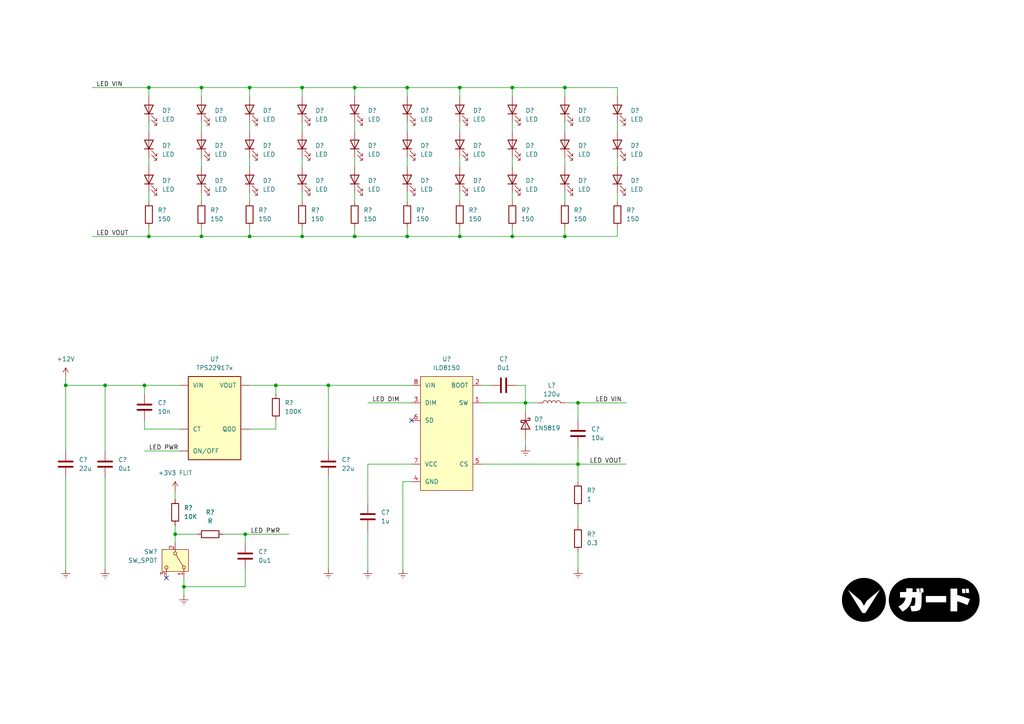
<source format=kicad_sch>
(kicad_sch (version 20231120) (generator "eeschema") (generator_version "8.0")
  (paper "A4")
  (title_block (date "2024-08-01") (company "Sentinels Robotics") (comment 1 "Created By: Vincent Cayadi"))
  (lib_symbols
    (symbol "Device:C" (pin_numbers hide) (pin_names (offset 0.254))
      (property "Reference" "C" (at 0.635 2.54 0))
      (property "Value" "C" (at 0.635 -2.54 0))
      (symbol "C_0_1"
        (polyline (pts (xy -2.032 -0.762) (xy 2.032 -0.762)) (stroke (width 0.508)))
        (polyline (pts (xy -2.032 0.762) (xy 2.032 0.762)) (stroke (width 0.508)))
      )
      (symbol "C_1_1"
        (pin passive line (at 0 3.81 270) (length 2.794) (name "~") (number "1"))
        (pin passive line (at 0 -3.81 90) (length 2.794) (name "~") (number "2"))
      )
    )
    (symbol "Device:D_Schottky" (pin_numbers hide) (pin_names (offset 1.016) hide)
      (property "Reference" "D" (at 0 2.54 0))
      (property "Value" "D_Schottky" (at 0 -2.54 0))
      (symbol "D_Schottky_0_1"
        (polyline (pts (xy 1.27 0) (xy -1.27 0)))
        (polyline (pts (xy 1.27 1.27) (xy 1.27 -1.27) (xy -1.27 0) (xy 1.27 1.27)) (stroke (width 0.254)))
        (polyline (pts (xy -1.905 0.635) (xy -1.905 1.27) (xy -1.27 1.27) (xy -1.27 -1.27) (xy -0.635 -1.27) (xy -0.635 -0.635)) (stroke (width 0.254)))
      )
      (symbol "D_Schottky_1_1"
        (pin passive line (at -3.81 0 0) (length 2.54) (name "K") (number "1"))
        (pin passive line (at 3.81 0 180) (length 2.54) (name "A") (number "2"))
      )
    )
    (symbol "Device:L" (pin_numbers hide) (pin_names (offset 1.016) hide)
      (property "Reference" "L" (at -1.27 0 90))
      (property "Value" "L" (at 1.905 0 90))
      (symbol "L_0_1"
        (arc (start 0 -2.54) (mid 0.6323 -1.905) (end 0 -1.27))
        (arc (start 0 -1.27) (mid 0.6323 -0.635) (end 0 0))
        (arc (start 0 0) (mid 0.6323 0.635) (end 0 1.27))
        (arc (start 0 1.27) (mid 0.6323 1.905) (end 0 2.54))
      )
      (symbol "L_1_1"
        (pin passive line (at 0 3.81 270) (length 1.27) (name "1") (number "1"))
        (pin passive line (at 0 -3.81 90) (length 1.27) (name "2") (number "2"))
      )
    )
    (symbol "Device:LED" (pin_numbers hide) (pin_names (offset 1.016) hide)
      (property "Reference" "D" (at 0 2.54 0))
      (property "Value" "LED" (at 0 -2.54 0))
      (symbol "LED_0_1"
        (polyline (pts (xy -1.27 -1.27) (xy -1.27 1.27)) (stroke (width 0.254)))
        (polyline (pts (xy -1.27 0) (xy 1.27 0)))
        (polyline (pts (xy 1.27 -1.27) (xy 1.27 1.27) (xy -1.27 0) (xy 1.27 -1.27)) (stroke (width 0.254)))
        (polyline (pts (xy -3.048 -0.762) (xy -4.572 -2.286) (xy -3.81 -2.286) (xy -4.572 -2.286) (xy -4.572 -1.524)))
        (polyline (pts (xy -1.778 -0.762) (xy -3.302 -2.286) (xy -2.54 -2.286) (xy -3.302 -2.286) (xy -3.302 -1.524)))
      )
      (symbol "LED_1_1"
        (pin passive line (at -3.81 0 0) (length 2.54) (name "K") (number "1"))
        (pin passive line (at 3.81 0 180) (length 2.54) (name "A") (number "2"))
      )
    )
    (symbol "Device:R" (pin_numbers hide) (pin_names (offset 0))
      (property "Reference" "R" (at 2.032 0 90))
      (property "Value" "R" (at 0 0 90))
      (symbol "R_0_1"
        (rectangle (start -1.016 -2.54) (end 1.016 2.54) (stroke (width 0.254)))
      )
      (symbol "R_1_1"
        (pin passive line (at 0 3.81 270) (length 1.27) (name "~") (number "1"))
        (pin passive line (at 0 -3.81 90) (length 1.27) (name "~") (number "2"))
      )
    )
    (symbol "ILD8150_1" (pin_names (offset 1.27))
      (property "Reference" "U" (at -0.254 4.064 0))
      (property "Value" "ILD8150" (at -0.254 1.778 0))
      (symbol "ILD8150_1_1_1"
        (rectangle (start -7.62 0) (end 7.62 -33.02) (fill (type background)))
        (pin output line (at 10.16 -7.62 180) (length 2.54) (name "SW") (number "1"))
        (pin input line (at 10.16 -2.54 180) (length 2.54) (name "BOOT") (number "2"))
        (pin input line (at -10.16 -7.62 0) (length 2.54) (name "DIM") (number "3"))
        (pin power_in line (at -10.16 -30.48 0) (length 2.54) (name "GND") (number "4"))
        (pin input line (at 10.16 -25.4 180) (length 2.54) (name "CS") (number "5"))
        (pin input line (at -10.16 -12.7 0) (length 2.54) (name "SD") (number "6"))
        (pin power_out line (at -10.16 -25.4 0) (length 2.54) (name "VCC") (number "7"))
        (pin power_in line (at -10.16 -2.54 0) (length 2.54) (name "VIN") (number "8"))
        (pin power_in line (at -10.16 -30.48 0) (length 2.54) hide (name "EP") (number "9"))
      )
    )
    (symbol "Switch:SW_SPDT" (pin_names (offset 0) hide)
      (property "Reference" "SW" (at 0 5.08 0))
      (property "Value" "SW_SPDT" (at 0 -5.08 0))
      (symbol "SW_SPDT_0_1"
        (circle (center -2.032 0) (radius 0.4572))
        (polyline (pts (xy -1.651 0.254) (xy 1.651 2.286)))
        (circle (center 2.032 -2.54) (radius 0.4572))
        (circle (center 2.032 2.54) (radius 0.4572))
      )
      (symbol "SW_SPDT_1_1"
        (rectangle (start -3.175 3.81) (end 3.175 -3.81) (fill (type background)))
        (pin passive line (at 5.08 2.54 180) (length 2.54) (name "A") (number "1"))
        (pin passive line (at -5.08 0 0) (length 2.54) (name "B") (number "2"))
        (pin passive line (at 5.08 -2.54 180) (length 2.54) (name "C") (number "3"))
      )
    )
    (symbol "power:+12V" (power) (pin_numbers hide) (pin_names (offset 0) hide)
      (property "Value" "+12V" (at 0 3.556 0))
      (symbol "+12V_0_1"
        (polyline (pts (xy -0.762 1.27) (xy 0 2.54)))
        (polyline (pts (xy 0 0) (xy 0 2.54)))
        (polyline (pts (xy 0 2.54) (xy 0.762 1.27)))
      )
      (symbol "+12V_1_1"
        (pin power_in line (at 0 0 90) (length 0) (name "~") (number "1"))
      )
    )
    (symbol "power:+3V3" (power) (pin_numbers hide) (pin_names (offset 0) hide)
      (property "Value" "+3V3" (at 0 3.556 0))
      (symbol "+3V3_0_1"
        (polyline (pts (xy -0.762 1.27) (xy 0 2.54)))
        (polyline (pts (xy 0 0) (xy 0 2.54)))
        (polyline (pts (xy 0 2.54) (xy 0.762 1.27)))
      )
      (symbol "+3V3_1_1"
        (pin power_in line (at 0 0 90) (length 0) (name "~") (number "1"))
      )
    )
    (symbol "power:GNDREF" (power) (pin_numbers hide) (pin_names (offset 0) hide)
      (property "Value" "GNDREF" (at 0 -3.81 0))
      (symbol "GNDREF_0_1"
        (polyline (pts (xy -0.635 -1.905) (xy 0.635 -1.905)))
        (polyline (pts (xy -0.127 -2.54) (xy 0.127 -2.54)))
        (polyline (pts (xy 0 -1.27) (xy 0 0)))
        (polyline (pts (xy 1.27 -1.27) (xy -1.27 -1.27)))
      )
      (symbol "GNDREF_1_1"
        (pin power_in line (at 0 0 270) (length 0) (name "~") (number "1"))
      )
    )
    (symbol "vincent:TPS22917x" (pin_names (offset 1.27))
      (property "Reference" "U" (at 0 3.81 0))
      (property "Value" "TPS22917x" (at 0.254 1.524 0))
      (symbol "TPS22917x_1_1"
        (rectangle (start -7.62 0) (end 7.62 -24.13) (stroke (width 0.254)) (fill (type background)))
        (pin output line (at -10.16 -15.24 0) (length 2.54) (name "CT") (number ""))
        (pin input line (at -10.16 -21.59 0) (length 2.54) (name "ON/OFF") (number ""))
        (pin output line (at 10.16 -15.24 180) (length 2.54) (name "QOD") (number ""))
        (pin power_in line (at -10.16 -2.54 0) (length 2.54) (name "VIN") (number ""))
        (pin power_out line (at 10.16 -2.54 180) (length 2.54) (name "VOUT") (number ""))
      )
    )
  )
  (junction (at 72.39 68.58))
  (junction (at 133.35 68.58))
  (junction (at 148.59 68.58))
  (junction (at 43.18 68.58))
  (junction (at 41.91 111.76))
  (junction (at 87.63 68.58))
  (junction (at 167.64 116.84))
  (junction (at 118.11 25.4))
  (junction (at 95.25 111.76))
  (junction (at 80.01 111.76))
  (junction (at 148.59 25.4))
  (junction (at 50.8 154.94))
  (junction (at 58.42 68.58))
  (junction (at 152.4 116.84))
  (junction (at 30.48 111.76))
  (junction (at 163.83 25.4))
  (junction (at 163.83 68.58))
  (junction (at 118.11 68.58))
  (junction (at 72.39 25.4))
  (junction (at 102.87 25.4))
  (junction (at 58.42 25.4))
  (junction (at 102.87 68.58))
  (junction (at 43.18 25.4))
  (junction (at 133.35 25.4))
  (junction (at 19.05 111.76))
  (junction (at 167.64 134.62))
  (junction (at 87.63 25.4))
  (junction (at 53.34 170.18))
  (junction (at 71.12 154.94))
  (no_connect (at 119.38 121.92))
  (no_connect (at 48.26 167.64))
  (wire (pts (xy 163.83 116.84) (xy 167.64 116.84)))
  (wire (pts (xy 133.35 45.72) (xy 133.35 48.26)))
  (wire (pts (xy 118.11 25.4) (xy 118.11 27.94)))
  (wire (pts (xy 53.34 170.18) (xy 53.34 172.72)))
  (wire (pts (xy 71.12 154.94) (xy 71.12 157.48)))
  (wire (pts (xy 43.18 45.72) (xy 43.18 48.26)))
  (wire (pts (xy 163.83 25.4) (xy 179.07 25.4)))
  (wire (pts (xy 72.39 68.58) (xy 87.63 68.58)))
  (wire (pts (xy 119.38 139.7) (xy 116.84 139.7)))
  (wire (pts (xy 148.59 66.04) (xy 148.59 68.58)))
  (wire (pts (xy 152.4 116.84) (xy 152.4 119.38)))
  (wire (pts (xy 106.68 153.67) (xy 106.68 165.1)))
  (wire (pts (xy 102.87 68.58) (xy 118.11 68.58)))
  (wire (pts (xy 179.07 25.4) (xy 179.07 27.94)))
  (wire (pts (xy 179.07 45.72) (xy 179.07 48.26)))
  (wire (pts (xy 118.11 35.56) (xy 118.11 38.1)))
  (wire (pts (xy 43.18 25.4) (xy 58.42 25.4)))
  (wire (pts (xy 30.48 111.76) (xy 30.48 130.81)))
  (wire (pts (xy 152.4 111.76) (xy 152.4 116.84)))
  (wire (pts (xy 102.87 35.56) (xy 102.87 38.1)))
  (wire (pts (xy 87.63 66.04) (xy 87.63 68.58)))
  (wire (pts (xy 43.18 55.88) (xy 43.18 58.42)))
  (wire (pts (xy 58.42 25.4) (xy 72.39 25.4)))
  (wire (pts (xy 102.87 66.04) (xy 102.87 68.58)))
  (wire (pts (xy 148.59 25.4) (xy 148.59 27.94)))
  (wire (pts (xy 26.67 25.4) (xy 43.18 25.4)))
  (wire (pts (xy 163.83 68.58) (xy 179.07 68.58)))
  (wire (pts (xy 133.35 55.88) (xy 133.35 58.42)))
  (wire (pts (xy 41.91 111.76) (xy 41.91 114.3)))
  (wire (pts (xy 87.63 35.56) (xy 87.63 38.1)))
  (wire (pts (xy 118.11 55.88) (xy 118.11 58.42)))
  (wire (pts (xy 72.39 66.04) (xy 72.39 68.58)))
  (wire (pts (xy 72.39 25.4) (xy 72.39 27.94)))
  (wire (pts (xy 80.01 111.76) (xy 95.25 111.76)))
  (wire (pts (xy 163.83 55.88) (xy 163.83 58.42)))
  (wire (pts (xy 87.63 25.4) (xy 87.63 27.94)))
  (wire (pts (xy 102.87 45.72) (xy 102.87 48.26)))
  (wire (pts (xy 26.67 68.58) (xy 43.18 68.58)))
  (wire (pts (xy 167.64 160.02) (xy 167.64 165.1)))
  (wire (pts (xy 167.64 116.84) (xy 167.64 121.92)))
  (wire (pts (xy 50.8 154.94) (xy 50.8 157.48)))
  (wire (pts (xy 41.91 121.92) (xy 41.91 124.46)))
  (wire (pts (xy 50.8 152.4) (xy 50.8 154.94)))
  (wire (pts (xy 87.63 25.4) (xy 102.87 25.4)))
  (wire (pts (xy 179.07 35.56) (xy 179.07 38.1)))
  (wire (pts (xy 30.48 111.76) (xy 41.91 111.76)))
  (wire (pts (xy 71.12 165.1) (xy 71.12 170.18)))
  (wire (pts (xy 50.8 154.94) (xy 57.15 154.94)))
  (wire (pts (xy 58.42 25.4) (xy 58.42 27.94)))
  (wire (pts (xy 179.07 66.04) (xy 179.07 68.58)))
  (wire (pts (xy 58.42 35.56) (xy 58.42 38.1)))
  (wire (pts (xy 116.84 139.7) (xy 116.84 165.1)))
  (wire (pts (xy 30.48 138.43) (xy 30.48 165.1)))
  (wire (pts (xy 87.63 55.88) (xy 87.63 58.42)))
  (wire (pts (xy 72.39 45.72) (xy 72.39 48.26)))
  (wire (pts (xy 167.64 147.32) (xy 167.64 152.4)))
  (wire (pts (xy 95.25 138.43) (xy 95.25 165.1)))
  (wire (pts (xy 43.18 25.4) (xy 43.18 27.94)))
  (wire (pts (xy 43.18 68.58) (xy 58.42 68.58)))
  (wire (pts (xy 118.11 45.72) (xy 118.11 48.26)))
  (wire (pts (xy 41.91 130.81) (xy 52.07 130.81)))
  (wire (pts (xy 118.11 68.58) (xy 133.35 68.58)))
  (wire (pts (xy 106.68 134.62) (xy 106.68 146.05)))
  (wire (pts (xy 102.87 25.4) (xy 118.11 25.4)))
  (wire (pts (xy 148.59 68.58) (xy 163.83 68.58)))
  (wire (pts (xy 58.42 45.72) (xy 58.42 48.26)))
  (wire (pts (xy 167.64 134.62) (xy 167.64 139.7)))
  (wire (pts (xy 106.68 116.84) (xy 119.38 116.84)))
  (wire (pts (xy 118.11 66.04) (xy 118.11 68.58)))
  (wire (pts (xy 95.25 111.76) (xy 95.25 130.81)))
  (wire (pts (xy 102.87 25.4) (xy 102.87 27.94)))
  (wire (pts (xy 148.59 35.56) (xy 148.59 38.1)))
  (wire (pts (xy 58.42 55.88) (xy 58.42 58.42)))
  (wire (pts (xy 43.18 66.04) (xy 43.18 68.58)))
  (wire (pts (xy 152.4 127) (xy 152.4 129.54)))
  (wire (pts (xy 133.35 25.4) (xy 133.35 27.94)))
  (wire (pts (xy 163.83 25.4) (xy 163.83 27.94)))
  (wire (pts (xy 19.05 109.22) (xy 19.05 111.76)))
  (wire (pts (xy 80.01 111.76) (xy 72.39 111.76)))
  (wire (pts (xy 167.64 129.54) (xy 167.64 134.62)))
  (wire (pts (xy 148.59 25.4) (xy 163.83 25.4)))
  (wire (pts (xy 149.86 111.76) (xy 152.4 111.76)))
  (wire (pts (xy 41.91 124.46) (xy 52.07 124.46)))
  (wire (pts (xy 58.42 66.04) (xy 58.42 68.58)))
  (wire (pts (xy 87.63 68.58) (xy 102.87 68.58)))
  (wire (pts (xy 167.64 116.84) (xy 181.61 116.84)))
  (wire (pts (xy 163.83 66.04) (xy 163.83 68.58)))
  (wire (pts (xy 80.01 111.76) (xy 80.01 114.3)))
  (wire (pts (xy 41.91 111.76) (xy 52.07 111.76)))
  (wire (pts (xy 53.34 167.64) (xy 53.34 170.18)))
  (wire (pts (xy 167.64 134.62) (xy 181.61 134.62)))
  (wire (pts (xy 72.39 35.56) (xy 72.39 38.1)))
  (wire (pts (xy 72.39 25.4) (xy 87.63 25.4)))
  (wire (pts (xy 72.39 55.88) (xy 72.39 58.42)))
  (wire (pts (xy 163.83 35.56) (xy 163.83 38.1)))
  (wire (pts (xy 80.01 124.46) (xy 72.39 124.46)))
  (wire (pts (xy 133.35 25.4) (xy 148.59 25.4)))
  (wire (pts (xy 58.42 68.58) (xy 72.39 68.58)))
  (wire (pts (xy 64.77 154.94) (xy 71.12 154.94)))
  (wire (pts (xy 87.63 45.72) (xy 87.63 48.26)))
  (wire (pts (xy 133.35 35.56) (xy 133.35 38.1)))
  (wire (pts (xy 71.12 154.94) (xy 83.82 154.94)))
  (wire (pts (xy 119.38 111.76) (xy 95.25 111.76)))
  (wire (pts (xy 80.01 121.92) (xy 80.01 124.46)))
  (wire (pts (xy 179.07 55.88) (xy 179.07 58.42)))
  (wire (pts (xy 119.38 134.62) (xy 106.68 134.62)))
  (wire (pts (xy 53.34 170.18) (xy 71.12 170.18)))
  (wire (pts (xy 163.83 45.72) (xy 163.83 48.26)))
  (wire (pts (xy 19.05 138.43) (xy 19.05 165.1)))
  (wire (pts (xy 139.7 116.84) (xy 152.4 116.84)))
  (wire (pts (xy 19.05 111.76) (xy 30.48 111.76)))
  (wire (pts (xy 43.18 35.56) (xy 43.18 38.1)))
  (wire (pts (xy 133.35 68.58) (xy 148.59 68.58)))
  (wire (pts (xy 139.7 111.76) (xy 142.24 111.76)))
  (wire (pts (xy 102.87 55.88) (xy 102.87 58.42)))
  (wire (pts (xy 118.11 25.4) (xy 133.35 25.4)))
  (wire (pts (xy 139.7 134.62) (xy 167.64 134.62)))
  (wire (pts (xy 50.8 142.24) (xy 50.8 144.78)))
  (wire (pts (xy 148.59 45.72) (xy 148.59 48.26)))
  (wire (pts (xy 19.05 111.76) (xy 19.05 130.81)))
  (wire (pts (xy 152.4 116.84) (xy 156.21 116.84)))
  (wire (pts (xy 148.59 55.88) (xy 148.59 58.42)))
  (wire (pts (xy 133.35 66.04) (xy 133.35 68.58)))
  (image (at 264.16 173.99) (scale 0.133286))
  (label "LED DIM" (at 107.95 116.84 0))
  (label "LED PWR" (at 43.18 130.81 0))
  (label "LED PWR" (at 81.28 154.94 180))
  (label "LED VIN" (at 180.34 116.84 180))
  (label "LED VOUT" (at 180.34 134.62 180))
  (label "LED VIN" (at 27.94 25.4 0))
  (label "LED VOUT" (at 27.94 68.58 0))
  (symbol (lib_id "Device:LED") (at 58.42 31.75 90) (unit 1)
    (property "Reference" "D?" (at 62.23 32.0674 90) (effects (justify right)))
    (property "Value" "LED" (at 62.23 34.6074 90) (effects (justify right)))
    (property "Footprint" "Library:led2835" (effects (hide yes)))
    (property "Description" "Light emitting diode" (effects (hide yes)))
  )
  (symbol (lib_id "Device:LED") (at 133.35 41.91 90) (unit 1)
    (property "Reference" "D?" (at 137.16 42.2274 90) (effects (justify right)))
    (property "Value" "LED" (at 137.16 44.7674 90) (effects (justify right)))
    (property "Footprint" "Library:led2835" (effects (hide yes)))
    (property "Description" "Light emitting diode" (effects (hide yes)))
  )
  (symbol (lib_id "Device:LED") (at 87.63 52.07 90) (unit 1)
    (property "Reference" "D?" (at 91.44 52.3874 90) (effects (justify right)))
    (property "Value" "LED" (at 91.44 54.9274 90) (effects (justify right)))
    (property "Footprint" "Library:led2835" (effects (hide yes)))
    (property "Description" "Light emitting diode" (effects (hide yes)))
  )
  (symbol (lib_id "power:GNDREF") (at 19.05 165.1 0) (unit 1)
    (property "Reference" "#PWR0208" (effects (hide yes)))
    (property "Value" "GNDREF" (effects (hide yes)))
    (property "Description" "Power symbol creates a global label with name \"GNDREF\" , reference supply ground" (effects (hide yes)))
  )
  (symbol (lib_id "Device:LED") (at 58.42 52.07 90) (unit 1)
    (property "Reference" "D?" (at 62.23 52.3874 90) (effects (justify right)))
    (property "Value" "LED" (at 62.23 54.9274 90) (effects (justify right)))
    (property "Footprint" "Library:led2835" (effects (hide yes)))
    (property "Description" "Light emitting diode" (effects (hide yes)))
  )
  (symbol (lib_id "Device:LED") (at 163.83 52.07 90) (unit 1)
    (property "Reference" "D?" (at 167.64 52.3874 90) (effects (justify right)))
    (property "Value" "LED" (at 167.64 54.9274 90) (effects (justify right)))
    (property "Footprint" "Library:led2835" (effects (hide yes)))
    (property "Description" "Light emitting diode" (effects (hide yes)))
  )
  (symbol (lib_id "Device:LED") (at 179.07 41.91 90) (unit 1)
    (property "Reference" "D?" (at 182.88 42.2274 90) (effects (justify right)))
    (property "Value" "LED" (at 182.88 44.7674 90) (effects (justify right)))
    (property "Footprint" "Library:led2835" (effects (hide yes)))
    (property "Description" "Light emitting diode" (effects (hide yes)))
  )
  (symbol (lib_id "Device:LED") (at 72.39 52.07 90) (unit 1)
    (property "Reference" "D?" (at 76.2 52.3874 90) (effects (justify right)))
    (property "Value" "LED" (at 76.2 54.9274 90) (effects (justify right)))
    (property "Footprint" "Library:led2835" (effects (hide yes)))
    (property "Description" "Light emitting diode" (effects (hide yes)))
  )
  (symbol (lib_id "Device:LED") (at 72.39 41.91 90) (unit 1)
    (property "Reference" "D?" (at 76.2 42.2274 90) (effects (justify right)))
    (property "Value" "LED" (at 76.2 44.7674 90) (effects (justify right)))
    (property "Footprint" "Library:led2835" (effects (hide yes)))
    (property "Description" "Light emitting diode" (effects (hide yes)))
  )
  (symbol (lib_id "Device:LED") (at 179.07 52.07 90) (unit 1)
    (property "Reference" "D?" (at 182.88 52.3874 90) (effects (justify right)))
    (property "Value" "LED" (at 182.88 54.9274 90) (effects (justify right)))
    (property "Footprint" "Library:led2835" (effects (hide yes)))
    (property "Description" "Light emitting diode" (effects (hide yes)))
  )
  (symbol (lib_id "Device:LED") (at 72.39 31.75 90) (unit 1)
    (property "Reference" "D?" (at 76.2 32.0674 90) (effects (justify right)))
    (property "Value" "LED" (at 76.2 34.6074 90) (effects (justify right)))
    (property "Footprint" "Library:led2835" (effects (hide yes)))
    (property "Description" "Light emitting diode" (effects (hide yes)))
  )
  (symbol (lib_id "Device:R") (at 50.8 148.59 0) (unit 1)
    (property "Reference" "R?" (at 53.34 147.3199 0) (effects (justify left)))
    (property "Value" "10K" (at 53.34 149.8599 0) (effects (justify left)))
    (property "Description" "Resistor" (effects (hide yes)))
  )
  (symbol (lib_id "Device:R") (at 167.64 143.51 0) (unit 1)
    (property "Reference" "R?" (at 170.18 142.2399 0) (effects (justify left)))
    (property "Value" "1" (at 170.18 144.7799 0) (effects (justify left)))
    (property "Description" "Resistor" (effects (hide yes)))
  )
  (symbol (lib_id "Device:LED") (at 102.87 52.07 90) (unit 1)
    (property "Reference" "D?" (at 106.68 52.3874 90) (effects (justify right)))
    (property "Value" "LED" (at 106.68 54.9274 90) (effects (justify right)))
    (property "Footprint" "Library:led2835" (effects (hide yes)))
    (property "Description" "Light emitting diode" (effects (hide yes)))
  )
  (symbol (lib_id "Device:LED") (at 87.63 31.75 90) (unit 1)
    (property "Reference" "D?" (at 91.44 32.0674 90) (effects (justify right)))
    (property "Value" "LED" (at 91.44 34.6074 90) (effects (justify right)))
    (property "Footprint" "Library:led2835" (effects (hide yes)))
    (property "Description" "Light emitting diode" (effects (hide yes)))
  )
  (symbol (lib_id "power:+12V") (at 19.05 109.22 0) (unit 1)
    (property "Reference" "#PWR0207" (effects (hide yes)))
    (property "Value" "+12V" (at 19.05 104.14 0))
    (property "Description" "Power symbol creates a global label with name \"+12V\"" (effects (hide yes)))
  )
  (symbol (lib_id "Device:LED") (at 148.59 31.75 90) (unit 1)
    (property "Reference" "D?" (at 152.4 32.0674 90) (effects (justify right)))
    (property "Value" "LED" (at 152.4 34.6074 90) (effects (justify right)))
    (property "Footprint" "Library:led2835" (effects (hide yes)))
    (property "Description" "Light emitting diode" (effects (hide yes)))
  )
  (symbol (lib_id "Device:C") (at 95.25 134.62 0) (unit 1)
    (property "Reference" "C?" (at 99.06 133.3499 0) (effects (justify left)))
    (property "Value" "22u" (at 99.06 135.8899 0) (effects (justify left)))
    (property "Description" "Unpolarized capacitor" (effects (hide yes)))
  )
  (symbol (lib_id "Device:R") (at 60.96 154.94 90) (unit 1)
    (property "Reference" "R?" (at 60.96 148.59 90))
    (property "Value" "R" (at 60.96 151.13 90))
    (property "Description" "Resistor" (effects (hide yes)))
  )
  (symbol (lib_id "Switch:SW_SPDT") (at 50.8 162.56 270) (unit 1)
    (property "Reference" "SW?" (at 45.72 160.02 90) (effects (justify right)))
    (property "Value" "SW_SPDT" (at 45.72 162.56 90) (effects (justify right)))
    (property "Description" "Switch, single pole double throw" (effects (hide yes)))
  )
  (symbol (lib_id "Device:LED") (at 133.35 52.07 90) (unit 1)
    (property "Reference" "D?" (at 137.16 52.3874 90) (effects (justify right)))
    (property "Value" "LED" (at 137.16 54.9274 90) (effects (justify right)))
    (property "Footprint" "Library:led2835" (effects (hide yes)))
    (property "Description" "Light emitting diode" (effects (hide yes)))
  )
  (symbol (lib_id "power:GNDREF") (at 95.25 165.1 0) (unit 1)
    (property "Reference" "#PWR0206" (effects (hide yes)))
    (property "Value" "GNDREF" (effects (hide yes)))
    (property "Description" "Power symbol creates a global label with name \"GNDREF\" , reference supply ground" (effects (hide yes)))
  )
  (symbol (lib_id "Device:LED") (at 163.83 31.75 90) (unit 1)
    (property "Reference" "D?" (at 167.64 32.0674 90) (effects (justify right)))
    (property "Value" "LED" (at 167.64 34.6074 90) (effects (justify right)))
    (property "Footprint" "Library:led2835" (effects (hide yes)))
    (property "Description" "Light emitting diode" (effects (hide yes)))
  )
  (symbol (lib_id "Device:L") (at 160.02 116.84 90) (unit 1)
    (property "Reference" "L?" (at 160.02 111.76 90))
    (property "Value" "120u" (at 160.02 114.3 90))
    (property "Description" "Inductor" (effects (hide yes)))
  )
  (symbol (lib_id "power:GNDREF") (at 53.34 172.72 0) (unit 1)
    (property "Reference" "#PWR0209" (effects (hide yes)))
    (property "Value" "GNDREF" (effects (hide yes)))
    (property "Description" "Power symbol creates a global label with name \"GNDREF\" , reference supply ground" (effects (hide yes)))
  )
  (symbol (lib_id "Device:R") (at 43.18 62.23 0) (unit 1)
    (property "Reference" "R?" (at 45.72 60.9599 0) (effects (justify left)))
    (property "Value" "150" (at 45.72 63.4999 0) (effects (justify left)))
    (property "Footprint" "Library:res0603" (effects (hide yes)))
    (property "Description" "Resistor" (effects (hide yes)))
  )
  (symbol (lib_id "Device:LED") (at 58.42 41.91 90) (unit 1)
    (property "Reference" "D?" (at 62.23 42.2274 90) (effects (justify right)))
    (property "Value" "LED" (at 62.23 44.7674 90) (effects (justify right)))
    (property "Footprint" "Library:led2835" (effects (hide yes)))
    (property "Description" "Light emitting diode" (effects (hide yes)))
  )
  (symbol (lib_id "Device:R") (at 72.39 62.23 0) (unit 1)
    (property "Reference" "R?" (at 74.93 60.9599 0) (effects (justify left)))
    (property "Value" "150" (at 74.93 63.4999 0) (effects (justify left)))
    (property "Footprint" "Library:res0603" (effects (hide yes)))
    (property "Description" "Resistor" (effects (hide yes)))
  )
  (symbol (lib_id "Device:R") (at 148.59 62.23 0) (unit 1)
    (property "Reference" "R?" (at 151.13 60.9599 0) (effects (justify left)))
    (property "Value" "150" (at 151.13 63.4999 0) (effects (justify left)))
    (property "Footprint" "Library:res0603" (effects (hide yes)))
    (property "Description" "Resistor" (effects (hide yes)))
  )
  (symbol (lib_id "Device:R") (at 58.42 62.23 0) (unit 1)
    (property "Reference" "R?" (at 60.96 60.9599 0) (effects (justify left)))
    (property "Value" "150" (at 60.96 63.4999 0) (effects (justify left)))
    (property "Footprint" "Library:res0603" (effects (hide yes)))
    (property "Description" "Resistor" (effects (hide yes)))
  )
  (symbol (lib_id "Device:C") (at 146.05 111.76 90) (unit 1)
    (property "Reference" "C?" (at 146.05 104.14 90))
    (property "Value" "0u1" (at 146.05 106.68 90))
    (property "Description" "Unpolarized capacitor" (effects (hide yes)))
  )
  (symbol (lib_id "Device:D_Schottky") (at 152.4 123.19 270) (unit 1)
    (property "Reference" "D?" (at 154.94 121.6024 90) (effects (justify left)))
    (property "Value" "1N5819" (at 154.94 124.1424 90) (effects (justify left)))
    (property "Description" "Schottky diode" (effects (hide yes)))
  )
  (symbol (lib_id "Device:R") (at 163.83 62.23 0) (unit 1)
    (property "Reference" "R?" (at 166.37 60.9599 0) (effects (justify left)))
    (property "Value" "150" (at 166.37 63.4999 0) (effects (justify left)))
    (property "Footprint" "Library:res0603" (effects (hide yes)))
    (property "Description" "Resistor" (effects (hide yes)))
  )
  (symbol (lib_id "vincent:TPS22917x") (at 62.23 109.22 0) (unit 1)
    (property "Reference" "U?" (at 62.23 104.14 0))
    (property "Value" "TPS22917x" (at 62.23 106.68 0))
    (property "Datasheet" "https://www.ti.com/lit/ds/symlink/tps22917.pdf?ts=1733326307965" (effects (hide yes)))
    (property "Description" "The TPS22917x device is a small, single channel load switch using a low leakage P-Channel MOSFET for minimum power loss. Advanced gate control design supports operating voltages as low as 1 V with minimal increase in ON-Resistance and power loss." (effects (hide yes)))
  )
  (symbol (lib_id "Device:C") (at 19.05 134.62 0) (unit 1)
    (property "Reference" "C?" (at 22.86 133.3499 0) (effects (justify left)))
    (property "Value" "22u" (at 22.86 135.8899 0) (effects (justify left)))
    (property "Description" "Unpolarized capacitor" (effects (hide yes)))
  )
  (symbol (lib_id "power:+3V3") (at 50.8 142.24 0) (unit 1)
    (property "Reference" "#PWR0210" (effects (hide yes)))
    (property "Value" "+3V3 FLIT" (at 50.8 137.16 0))
    (property "Description" "Power symbol creates a global label with name \"+3V3\"" (effects (hide yes)))
  )
  (symbol (lib_id "Device:C") (at 41.91 118.11 0) (unit 1)
    (property "Reference" "C?" (at 45.72 116.8399 0) (effects (justify left)))
    (property "Value" "10n" (at 45.72 119.3799 0) (effects (justify left)))
    (property "Description" "Unpolarized capacitor" (effects (hide yes)))
  )
  (symbol (lib_id "Device:LED") (at 87.63 41.91 90) (unit 1)
    (property "Reference" "D?" (at 91.44 42.2274 90) (effects (justify right)))
    (property "Value" "LED" (at 91.44 44.7674 90) (effects (justify right)))
    (property "Footprint" "Library:led2835" (effects (hide yes)))
    (property "Description" "Light emitting diode" (effects (hide yes)))
  )
  (symbol (lib_id "Device:R") (at 118.11 62.23 0) (unit 1)
    (property "Reference" "R?" (at 120.65 60.9599 0) (effects (justify left)))
    (property "Value" "150" (at 120.65 63.4999 0) (effects (justify left)))
    (property "Footprint" "Library:res0603" (effects (hide yes)))
    (property "Description" "Resistor" (effects (hide yes)))
  )
  (symbol (lib_id "Device:LED") (at 148.59 41.91 90) (unit 1)
    (property "Reference" "D?" (at 152.4 42.2274 90) (effects (justify right)))
    (property "Value" "LED" (at 152.4 44.7674 90) (effects (justify right)))
    (property "Footprint" "Library:led2835" (effects (hide yes)))
    (property "Description" "Light emitting diode" (effects (hide yes)))
  )
  (symbol (lib_id "power:GNDREF") (at 167.64 165.1 0) (unit 1)
    (property "Reference" "#PWR0205" (effects (hide yes)))
    (property "Value" "GNDREF" (effects (hide yes)))
    (property "Description" "Power symbol creates a global label with name \"GNDREF\" , reference supply ground" (effects (hide yes)))
  )
  (symbol (lib_id "Device:R") (at 102.87 62.23 0) (unit 1)
    (property "Reference" "R?" (at 105.41 60.9599 0) (effects (justify left)))
    (property "Value" "150" (at 105.41 63.4999 0) (effects (justify left)))
    (property "Footprint" "Library:res0603" (effects (hide yes)))
    (property "Description" "Resistor" (effects (hide yes)))
  )
  (symbol (lib_id "Device:LED") (at 148.59 52.07 90) (unit 1)
    (property "Reference" "D?" (at 152.4 52.3874 90) (effects (justify right)))
    (property "Value" "LED" (at 152.4 54.9274 90) (effects (justify right)))
    (property "Footprint" "Library:led2835" (effects (hide yes)))
    (property "Description" "Light emitting diode" (effects (hide yes)))
  )
  (symbol (lib_id "Device:LED") (at 43.18 52.07 90) (unit 1)
    (property "Reference" "D?" (at 46.99 52.3874 90) (effects (justify right)))
    (property "Value" "LED" (at 46.99 54.9274 90) (effects (justify right)))
    (property "Footprint" "Library:led2835" (effects (hide yes)))
    (property "Description" "Light emitting diode" (effects (hide yes)))
  )
  (symbol (lib_id "Device:C") (at 106.68 149.86 0) (unit 1)
    (property "Reference" "C?" (at 110.49 148.5899 0) (effects (justify left)))
    (property "Value" "1u" (at 110.49 151.1299 0) (effects (justify left)))
    (property "Description" "Unpolarized capacitor" (effects (hide yes)))
  )
  (symbol (lib_id "Device:R") (at 80.01 118.11 0) (unit 1)
    (property "Reference" "R?" (at 82.55 116.8399 0) (effects (justify left)))
    (property "Value" "100K" (at 82.55 119.3799 0) (effects (justify left)))
    (property "Description" "Resistor" (effects (hide yes)))
  )
  (symbol (lib_id "Device:C") (at 30.48 134.62 0) (unit 1)
    (property "Reference" "C?" (at 34.29 133.3499 0) (effects (justify left)))
    (property "Value" "0u1" (at 34.29 135.8899 0) (effects (justify left)))
    (property "Description" "Unpolarized capacitor" (effects (hide yes)))
  )
  (symbol (lib_id "Device:LED") (at 102.87 41.91 90) (unit 1)
    (property "Reference" "D?" (at 106.68 42.2274 90) (effects (justify right)))
    (property "Value" "LED" (at 106.68 44.7674 90) (effects (justify right)))
    (property "Footprint" "Library:led2835" (effects (hide yes)))
    (property "Description" "Light emitting diode" (effects (hide yes)))
  )
  (symbol (lib_id "Device:LED") (at 118.11 41.91 90) (unit 1)
    (property "Reference" "D?" (at 121.92 42.2274 90) (effects (justify right)))
    (property "Value" "LED" (at 121.92 44.7674 90) (effects (justify right)))
    (property "Footprint" "Library:led2835" (effects (hide yes)))
    (property "Description" "Light emitting diode" (effects (hide yes)))
  )
  (symbol (lib_id "Device:LED") (at 43.18 31.75 90) (unit 1)
    (property "Reference" "D?" (at 46.99 32.0674 90) (effects (justify right)))
    (property "Value" "LED" (at 46.99 34.6074 90) (effects (justify right)))
    (property "Footprint" "Library:led2835" (effects (hide yes)))
    (property "Description" "Light emitting diode" (effects (hide yes)))
  )
  (symbol (lib_id "power:GNDREF") (at 116.84 165.1 0) (unit 1)
    (property "Reference" "#PWR0203" (effects (hide yes)))
    (property "Value" "GNDREF" (effects (hide yes)))
    (property "Description" "Power symbol creates a global label with name \"GNDREF\" , reference supply ground" (effects (hide yes)))
  )
  (symbol (lib_id "Device:R") (at 87.63 62.23 0) (unit 1)
    (property "Reference" "R?" (at 90.17 60.9599 0) (effects (justify left)))
    (property "Value" "150" (at 90.17 63.4999 0) (effects (justify left)))
    (property "Footprint" "Library:res0603" (effects (hide yes)))
    (property "Description" "Resistor" (effects (hide yes)))
  )
  (symbol (lib_id "Device:LED") (at 43.18 41.91 90) (unit 1)
    (property "Reference" "D?" (at 46.99 42.2274 90) (effects (justify right)))
    (property "Value" "LED" (at 46.99 44.7674 90) (effects (justify right)))
    (property "Footprint" "Library:led2835" (effects (hide yes)))
    (property "Description" "Light emitting diode" (effects (hide yes)))
  )
  (symbol (lib_id "Device:R") (at 179.07 62.23 0) (unit 1)
    (property "Reference" "R?" (at 181.61 60.9599 0) (effects (justify left)))
    (property "Value" "150" (at 181.61 63.4999 0) (effects (justify left)))
    (property "Footprint" "Library:res0603" (effects (hide yes)))
    (property "Description" "Resistor" (effects (hide yes)))
  )
  (symbol (lib_id "Device:C") (at 167.64 125.73 0) (unit 1)
    (property "Reference" "C?" (at 171.45 124.4599 0) (effects (justify left)))
    (property "Value" "10u" (at 171.45 126.9999 0) (effects (justify left)))
    (property "Description" "Unpolarized capacitor" (effects (hide yes)))
  )
  (symbol (lib_id "Device:C") (at 71.12 161.29 0) (unit 1)
    (property "Reference" "C?" (at 74.93 160.0199 0) (effects (justify left)))
    (property "Value" "0u1" (at 74.93 162.5599 0) (effects (justify left)))
    (property "Description" "Unpolarized capacitor" (effects (hide yes)))
  )
  (symbol (lib_name "ILD8150_1") (lib_id "vincent:ILD8150") (at 129.54 109.22 0) (unit 1)
    (property "Reference" "U?" (at 129.54 104.14 0))
    (property "Value" "ILD8150" (at 129.54 106.68 0))
    (property "Datasheet" "https://www.infineon.com/dgdl/Infineon-ILD8150_ILD8150E-DataSheet-v01_05-EN.pdf?fileId=5546d462696dbf120169ba96613f4c20" (effects (hide yes)))
    (property "Description" "LED driver IC for high power LEDs with hybrid dimming down to 0.5%" (effects (hide yes)))
  )
  (symbol (lib_id "Device:R") (at 133.35 62.23 0) (unit 1)
    (property "Reference" "R?" (at 135.89 60.9599 0) (effects (justify left)))
    (property "Value" "150" (at 135.89 63.4999 0) (effects (justify left)))
    (property "Footprint" "Library:res0603" (effects (hide yes)))
    (property "Description" "Resistor" (effects (hide yes)))
  )
  (symbol (lib_id "power:GNDREF") (at 30.48 165.1 0) (unit 1)
    (property "Reference" "#PWR0201" (effects (hide yes)))
    (property "Value" "GNDREF" (effects (hide yes)))
    (property "Description" "Power symbol creates a global label with name \"GNDREF\" , reference supply ground" (effects (hide yes)))
  )
  (symbol (lib_id "Device:LED") (at 102.87 31.75 90) (unit 1)
    (property "Reference" "D?" (at 106.68 32.0674 90) (effects (justify right)))
    (property "Value" "LED" (at 106.68 34.6074 90) (effects (justify right)))
    (property "Footprint" "Library:led2835" (effects (hide yes)))
    (property "Description" "Light emitting diode" (effects (hide yes)))
  )
  (symbol (lib_id "power:GNDREF") (at 106.68 165.1 0) (unit 1)
    (property "Reference" "#PWR0202" (effects (hide yes)))
    (property "Value" "GNDREF" (effects (hide yes)))
    (property "Description" "Power symbol creates a global label with name \"GNDREF\" , reference supply ground" (effects (hide yes)))
  )
  (symbol (lib_id "Device:LED") (at 118.11 52.07 90) (unit 1)
    (property "Reference" "D?" (at 121.92 52.3874 90) (effects (justify right)))
    (property "Value" "LED" (at 121.92 54.9274 90) (effects (justify right)))
    (property "Footprint" "Library:led2835" (effects (hide yes)))
    (property "Description" "Light emitting diode" (effects (hide yes)))
  )
  (symbol (lib_id "Device:LED") (at 118.11 31.75 90) (unit 1)
    (property "Reference" "D?" (at 121.92 32.0674 90) (effects (justify right)))
    (property "Value" "LED" (at 121.92 34.6074 90) (effects (justify right)))
    (property "Footprint" "Library:led2835" (effects (hide yes)))
    (property "Description" "Light emitting diode" (effects (hide yes)))
  )
  (symbol (lib_id "power:GNDREF") (at 152.4 129.54 0) (unit 1)
    (property "Reference" "#PWR0204" (effects (hide yes)))
    (property "Value" "GNDREF" (effects (hide yes)))
    (property "Description" "Power symbol creates a global label with name \"GNDREF\" , reference supply ground" (effects (hide yes)))
  )
  (symbol (lib_id "Device:R") (at 167.64 156.21 0) (unit 1)
    (property "Reference" "R?" (at 170.18 154.9399 0) (effects (justify left)))
    (property "Value" "0.3" (at 170.18 157.4799 0) (effects (justify left)))
    (property "Description" "Resistor" (effects (hide yes)))
  )
  (symbol (lib_id "Device:LED") (at 163.83 41.91 90) (unit 1)
    (property "Reference" "D?" (at 167.64 42.2274 90) (effects (justify right)))
    (property "Value" "LED" (at 167.64 44.7674 90) (effects (justify right)))
    (property "Footprint" "Library:led2835" (effects (hide yes)))
    (property "Description" "Light emitting diode" (effects (hide yes)))
  )
  (symbol (lib_id "Device:LED") (at 179.07 31.75 90) (unit 1)
    (property "Reference" "D?" (at 182.88 32.0674 90) (effects (justify right)))
    (property "Value" "LED" (at 182.88 34.6074 90) (effects (justify right)))
    (property "Footprint" "Library:led2835" (effects (hide yes)))
    (property "Description" "Light emitting diode" (effects (hide yes)))
  )
  (symbol (lib_id "Device:LED") (at 133.35 31.75 90) (unit 1)
    (property "Reference" "D?" (at 137.16 32.0674 90) (effects (justify right)))
    (property "Value" "LED" (at 137.16 34.6074 90) (effects (justify right)))
    (property "Footprint" "Library:led2835" (effects (hide yes)))
    (property "Description" "Light emitting diode" (effects (hide yes)))
  )
)
</source>
